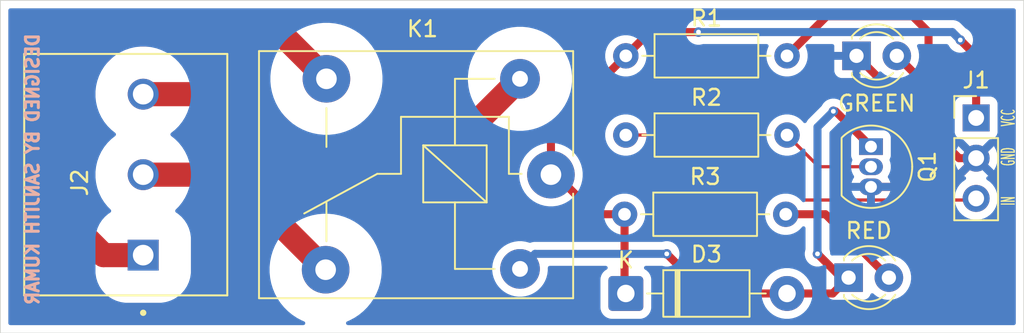
<source format=kicad_pcb>
(kicad_pcb (version 20241229) (generator "pcbnew") (generator_version "9.0")
  (layers (0 "F.Cu" signal) (2 "B.Cu" signal) (13 "F.Paste" user) (15 "B.Paste" user) (5 "F.SilkS" user "F.Silkscreen") (7 "B.SilkS" user "B.Silkscreen") (1 "F.Mask" user) (3 "B.Mask" user) (25 "Edge.Cuts" user))
  (net 0 "")
  (net 1 "/GND")
  (net 2 "Net-(D1-A)")
  (net 3 "Net-(D2-K)")
  (net 4 "Net-(D2-A)")
  (net 5 "/VCC")
  (net 6 "/IN")
  (net 7 "NO")
  (net 8 "NC")
  (net 9 "C")
  (net 10 "Net-(Q1-B)")
  (footprint "Diode_THT:D_DO-41_SOD81_P10.16mm_Horizontal" (layer "F.Cu") (at 152.42 130.5)
    (property "Reference" "D3" (at 5.08 -2.47 0) (layer "F.SilkS"))
    (property "Value" "D" (hide yes))
    (fp_line (start 1.34 0) (end 2.36 0) (stroke (width 0.12)) (layer "F.SilkS"))
    (fp_line (start 3.14 -1.47) (end 3.14 1.47) (stroke (width 0.12)) (layer "F.SilkS"))
    (fp_line (start 3.26 -1.47) (end 3.26 1.47) (stroke (width 0.12)) (layer "F.SilkS"))
    (fp_line (start 3.38 -1.47) (end 3.38 1.47) (stroke (width 0.12)) (layer "F.SilkS"))
    (fp_line (start 8.82 0) (end 7.8 0) (stroke (width 0.12)) (layer "F.SilkS"))
    (fp_rect (start 2.36 -1.47) (end 7.8 1.47) (stroke (width 0.12)) (fill no) (layer "F.SilkS"))
    (fp_text user "K" (at 0 -2.1 0) (layer "F.SilkS"))
    (pad "1" thru_hole roundrect (at 0 0) (size 2.2 2.2) (drill 1.1) (layers "*.Cu" "*.Mask") (roundrect_rratio 0.113636) (net 5 "/VCC"))
    (pad "2" thru_hole circle (at 10.16 0) (size 2.2 2.2) (drill 1.1) (layers "*.Cu" "*.Mask") (net 3 "Net-(D2-K)"))
  )
  (footprint "Resistor_THT:R_Axial_DIN0207_L6.3mm_D2.5mm_P10.16mm_Horizontal" (layer "F.Cu") (at 152.34 125.5)
    (property "Reference" "R3" (at 5.08 -2.37 0) (layer "F.SilkS"))
    (property "Value" "1K" (hide yes))
    (fp_line (start 1.04 0) (end 1.81 0) (stroke (width 0.12)) (layer "F.SilkS"))
    (fp_line (start 9.12 0) (end 8.35 0) (stroke (width 0.12)) (layer "F.SilkS"))
    (fp_rect (start 1.81 -1.37) (end 8.35 1.37) (stroke (width 0.12)) (fill no) (layer "F.SilkS"))
    (pad "1" thru_hole circle (at 0 0) (size 1.6 1.6) (drill 0.8) (layers "*.Cu" "*.Mask") (net 5 "/VCC"))
    (pad "2" thru_hole circle (at 10.16 0) (size 1.6 1.6) (drill 0.8) (layers "*.Cu" "*.Mask") (net 4 "Net-(D2-A)"))
  )
  (footprint "1714735:PHOENIX_1714735" (layer "F.Cu") (at 127.3 130.62 90)
    (property "Reference" "J2" (at 7.12 -9.3 90) (layer "F.SilkS"))
    (property "Value" "Screw_Terminal_01x03" (hide yes))
    (fp_line (start 15.24 -12.8) (end 0 -12.8) (stroke (width 0.127)) (layer "F.SilkS"))
    (fp_line (start 0 -12.8) (end 0 0) (stroke (width 0.127)) (layer "F.SilkS"))
    (fp_line (start 15.24 0) (end 15.24 -12.8) (stroke (width 0.127)) (layer "F.SilkS"))
    (fp_line (start 0 0) (end 15.24 0) (stroke (width 0.127)) (layer "F.SilkS"))
    (fp_circle (center -1.1 -5.3) (end -1 -5.3) (stroke (width 0.2)) (fill no) (layer "F.SilkS"))
    (pad "1" thru_hole rect (at 2.54 -5.3 90) (size 1.95 1.95) (drill 1.3) (layers "*.Cu" "*.Mask") (net 7 "NO"))
    (pad "2" thru_hole circle (at 7.62 -5.3 90) (size 1.95 1.95) (drill 1.3) (layers "*.Cu" "*.Mask") (net 9 "C"))
    (pad "3" thru_hole circle (at 12.7 -5.3 90) (size 1.95 1.95) (drill 1.3) (layers "*.Cu" "*.Mask") (net 8 "NC"))
  )
  (footprint "Resistor_THT:R_Axial_DIN0207_L6.3mm_D2.5mm_P10.16mm_Horizontal" (layer "F.Cu") (at 152.42 120.5)
    (property "Reference" "R2" (at 5.08 -2.37 0) (layer "F.SilkS"))
    (property "Value" "1K" (hide yes))
    (fp_line (start 1.04 0) (end 1.81 0) (stroke (width 0.12)) (layer "F.SilkS"))
    (fp_line (start 9.12 0) (end 8.35 0) (stroke (width 0.12)) (layer "F.SilkS"))
    (fp_rect (start 1.81 -1.37) (end 8.35 1.37) (stroke (width 0.12)) (fill no) (layer "F.SilkS"))
    (pad "1" thru_hole circle (at 0 0) (size 1.6 1.6) (drill 0.8) (layers "*.Cu" "*.Mask") (net 6 "/IN"))
    (pad "2" thru_hole circle (at 10.16 0) (size 1.6 1.6) (drill 0.8) (layers "*.Cu" "*.Mask") (net 10 "Net-(Q1-B)"))
  )
  (footprint "Relay_THT:Relay_SPDT_SANYOU_SRD_Series_Form_C" (layer "F.Cu") (at 147.7 123 180)
    (property "Reference" "K1" (at 8.1 9.2 0) (layer "F.SilkS"))
    (property "Value" "Relay_SPDT" (hide yes))
    (fp_line (start 18.4 7.8) (end -1.4 7.8) (stroke (width 0.12)) (layer "F.SilkS"))
    (fp_line (start 18.4 -7.8) (end 18.4 7.8) (stroke (width 0.12)) (layer "F.SilkS"))
    (fp_line (start 14.15 4.2) (end 14.15 1.75) (stroke (width 0.12)) (layer "F.SilkS"))
    (fp_line (start 14.15 -4.2) (end 14.15 -1.7) (stroke (width 0.12)) (layer "F.SilkS"))
    (fp_line (start 10.95 0.05) (end 15.55 -2.45) (stroke (width 0.12)) (layer "F.SilkS"))
    (fp_line (start 9.45 3.65) (end 2.65 3.65) (stroke (width 0.12)) (layer "F.SilkS"))
    (fp_line (start 9.45 0.05) (end 10.95 0.05) (stroke (width 0.12)) (layer "F.SilkS"))
    (fp_line (start 9.45 0.05) (end 9.45 3.65) (stroke (width 0.12)) (layer "F.SilkS"))
    (fp_line (start 8.05 1.85) (end 4.05 1.85) (stroke (width 0.12)) (layer "F.SilkS"))
    (fp_line (start 8.05 1.85) (end 4.05 -1.75) (stroke (width 0.12)) (layer "F.SilkS"))
    (fp_line (start 8.05 -1.75) (end 8.05 1.85) (stroke (width 0.12)) (layer "F.SilkS"))
    (fp_line (start 6.05 1.85) (end 6.05 6.05) (stroke (width 0.12)) (layer "F.SilkS"))
    (fp_line (start 6.05 -5.95) (end 6.05 -1.75) (stroke (width 0.12)) (layer "F.SilkS"))
    (fp_line (start 6.05 -5.95) (end 3.55 -5.95) (stroke (width 0.12)) (layer "F.SilkS"))
    (fp_line (start 4.05 1.85) (end 4.05 -1.75) (stroke (width 0.12)) (layer "F.SilkS"))
    (fp_line (start 4.05 -1.75) (end 8.05 -1.75) (stroke (width 0.12)) (layer "F.SilkS"))
    (fp_line (start 3.55 6.05) (end 6.05 6.05) (stroke (width 0.12)) (layer "F.SilkS"))
    (fp_line (start 2.65 0.05) (end 2.65 3.65) (stroke (width 0.12)) (layer "F.SilkS"))
    (fp_line (start 2.65 0.05) (end 1.85 0.05) (stroke (width 0.12)) (layer "F.SilkS"))
    (fp_line (start -1.4 1.2) (end -1.4 7.8) (stroke (width 0.12)) (layer "F.SilkS"))
    (fp_line (start -1.4 -7.8) (end 18.4 -7.8) (stroke (width 0.12)) (layer "F.SilkS"))
    (fp_line (start -1.4 -7.8) (end -1.4 -1.2) (stroke (width 0.12)) (layer "F.SilkS"))
    (pad "1" thru_hole circle (at 0 0 270) (size 3 3) (drill 1.3) (layers "*.Cu" "*.Mask") (net 5 "/VCC"))
    (pad "2" thru_hole circle (at 1.95 6.05 270) (size 2.5 2.5) (drill 1) (layers "*.Cu" "*.Mask") (net 8 "NC"))
    (pad "3" thru_hole circle (at 14.15 6.05 270) (size 3 3) (drill 1.3) (layers "*.Cu" "*.Mask") (net 7 "NO"))
    (pad "4" thru_hole circle (at 14.2 -6 270) (size 3 3) (drill 1.3) (layers "*.Cu" "*.Mask") (net 9 "C"))
    (pad "5" thru_hole circle (at 1.95 -5.95 270) (size 2.5 2.5) (drill 1) (layers "*.Cu" "*.Mask") (net 3 "Net-(D2-K)"))
  )
  (footprint "LED_THT:LED_D3.0mm" (layer "F.Cu") (at 166.46 129.5)
    (property "Reference" "RED" (at 1.27 -2.96 0) (layer "F.SilkS"))
    (property "Value" "LED" (hide yes))
    (fp_line (start -0.29 -1.236) (end -0.29 -1.08) (stroke (width 0.12)) (layer "F.SilkS"))
    (fp_line (start -0.29 1.08) (end -0.29 1.236) (stroke (width 0.12)) (layer "F.SilkS"))
    (fp_arc (start -0.29 -1.235516) (mid 1.36566 -1.987699) (end 2.941437 -1.08) (stroke (width 0.12)) (layer "F.SilkS"))
    (fp_arc (start 0.229039 -1.08) (mid 1.27 -1.5) (end 2.310961 -1.08) (stroke (width 0.12)) (layer "F.SilkS"))
    (fp_arc (start 2.310961 1.08) (mid 1.27 1.5) (end 0.229039 1.08) (stroke (width 0.12)) (layer "F.SilkS"))
    (fp_arc (start 2.941437 1.08) (mid 1.36566 1.987699) (end -0.29 1.235516) (stroke (width 0.12)) (layer "F.SilkS"))
    (pad "1" thru_hole rect (at 0 0) (size 1.8 1.8) (drill 0.9) (layers "*.Cu" "*.Mask") (net 3 "Net-(D2-K)"))
    (pad "2" thru_hole circle (at 2.54 0) (size 1.8 1.8) (drill 0.9) (layers "*.Cu" "*.Mask") (net 4 "Net-(D2-A)"))
  )
  (footprint "Connector_PinHeader_2.54mm:PinHeader_1x03_P2.54mm_Vertical" (layer "F.Cu") (at 174.5 119.42)
    (property "Reference" "J1" (at 0 -2.38 0) (layer "F.SilkS"))
    (property "Value" "Conn_01x03_Pin" (hide yes))
    (fp_line (start -1.38 -1.38) (end 0 -1.38) (stroke (width 0.12)) (layer "F.SilkS"))
    (fp_line (start -1.38 0) (end -1.38 -1.38) (stroke (width 0.12)) (layer "F.SilkS"))
    (fp_line (start -1.38 1.27) (end -1.38 6.46) (stroke (width 0.12)) (layer "F.SilkS"))
    (fp_line (start -1.38 1.27) (end 1.38 1.27) (stroke (width 0.12)) (layer "F.SilkS"))
    (fp_line (start -1.38 6.46) (end 1.38 6.46) (stroke (width 0.12)) (layer "F.SilkS"))
    (fp_line (start 1.38 1.27) (end 1.38 6.46) (stroke (width 0.12)) (layer "F.SilkS"))
    (pad "1" thru_hole rect (at 0 0) (size 1.7 1.7) (drill 1) (layers "*.Cu" "*.Mask") (net 5 "/VCC"))
    (pad "2" thru_hole circle (at 0 2.54) (size 1.7 1.7) (drill 1) (layers "*.Cu" "*.Mask") (net 1 "/GND"))
    (pad "3" thru_hole circle (at 0 5.08) (size 1.7 1.7) (drill 1) (layers "*.Cu" "*.Mask") (net 6 "/IN"))
  )
  (footprint "LED_THT:LED_D3.0mm" (layer "F.Cu") (at 166.96 115.5)
    (property "Reference" "GREEN" (at 1.27 3 0) (layer "F.SilkS"))
    (property "Value" "LED" (hide yes))
    (fp_line (start -0.29 -1.236) (end -0.29 -1.08) (stroke (width 0.12)) (layer "F.SilkS"))
    (fp_line (start -0.29 1.08) (end -0.29 1.236) (stroke (width 0.12)) (layer "F.SilkS"))
    (fp_arc (start -0.29 -1.235516) (mid 1.36566 -1.987699) (end 2.941437 -1.08) (stroke (width 0.12)) (layer "F.SilkS"))
    (fp_arc (start 0.229039 -1.08) (mid 1.27 -1.5) (end 2.310961 -1.08) (stroke (width 0.12)) (layer "F.SilkS"))
    (fp_arc (start 2.310961 1.08) (mid 1.27 1.5) (end 0.229039 1.08) (stroke (width 0.12)) (layer "F.SilkS"))
    (fp_arc (start 2.941437 1.08) (mid 1.36566 1.987699) (end -0.29 1.235516) (stroke (width 0.12)) (layer "F.SilkS"))
    (pad "1" thru_hole rect (at 0 0) (size 1.8 1.8) (drill 0.9) (layers "*.Cu" "*.Mask") (net 1 "/GND"))
    (pad "2" thru_hole circle (at 2.54 0) (size 1.8 1.8) (drill 0.9) (layers "*.Cu" "*.Mask") (net 2 "Net-(D1-A)"))
  )
  (footprint "Package_TO_SOT_THT:TO-92_Inline" (layer "F.Cu") (at 167.87 121.23 -90)
    (property "Reference" "Q1" (at 1.27 -3.56 90) (layer "F.SilkS"))
    (property "Value" "BC547" (hide yes))
    (fp_line (start -0.53 1.85) (end 3.07 1.85) (stroke (width 0.12)) (layer "F.SilkS"))
    (fp_arc (start -0.568478 1.838478) (mid -1.132087 -0.994977) (end 1.27 -2.6) (stroke (width 0.12)) (layer "F.SilkS"))
    (fp_arc (start 1.27 -2.6) (mid 3.672087 -0.994977) (end 3.108478 1.838478) (stroke (width 0.12)) (layer "F.SilkS"))
    (pad "1" thru_hole rect (at 0 0 270) (size 1.05 1.5) (drill 0.75) (layers "*.Cu" "*.Mask") (net 3 "Net-(D2-K)"))
    (pad "2" thru_hole oval (at 1.27 0 270) (size 1.05 1.5) (drill 0.75) (layers "*.Cu" "*.Mask") (net 10 "Net-(Q1-B)"))
    (pad "3" thru_hole oval (at 2.54 0 270) (size 1.05 1.5) (drill 0.75) (layers "*.Cu" "*.Mask") (net 1 "/GND"))
  )
  (footprint "Resistor_THT:R_Axial_DIN0207_L6.3mm_D2.5mm_P10.16mm_Horizontal" (layer "F.Cu") (at 152.42 115.5)
    (property "Reference" "R1" (at 5.08 -2.37 0) (layer "F.SilkS"))
    (property "Value" "1K" (hide yes))
    (fp_line (start 1.04 0) (end 1.81 0) (stroke (width 0.12)) (layer "F.SilkS"))
    (fp_line (start 9.12 0) (end 8.35 0) (stroke (width 0.12)) (layer "F.SilkS"))
    (fp_rect (start 1.81 -1.37) (end 8.35 1.37) (stroke (width 0.12)) (fill no) (layer "F.SilkS"))
    (pad "1" thru_hole circle (at 0 0) (size 1.6 1.6) (drill 0.8) (layers "*.Cu" "*.Mask") (net 5 "/VCC"))
    (pad "2" thru_hole circle (at 10.16 0) (size 1.6 1.6) (drill 0.8) (layers "*.Cu" "*.Mask") (net 2 "Net-(D1-A)"))
  )
  (gr_rect (start 113 112) (end 177.5 133) (stroke (width 0.05)) (fill no) (layer "Edge.Cuts"))
  (gr_text "GND" (at 177 122.5 90) (layer "F.SilkS") (effects (font (size 0.8128 0.381) (thickness 0.08001) (bold yes)) (justify left bottom)))
  (gr_text "VCC\n" (at 177 120 90) (layer "F.SilkS") (effects (font (size 0.8128 0.381) (thickness 0.08001) (bold yes)) (justify left bottom)))
  (gr_text "IN" (at 177 125 90) (layer "F.SilkS") (effects (font (size 0.8128 0.381) (thickness 0.08001) (bold yes)) (justify left bottom)))
  (gr_text "DESIGNED BY SANJITH KUMAR\n" (at 115.5 114 90) (layer "B.SilkS") (effects (font (size 0.8128 0.762) (thickness 0.1905) (bold yes)) (justify left bottom mirror)))
  (segment (start 166.96 115.5) (end 173.42 121.96) (width 0.508) (layer "F.Cu") (net 1))
  (segment (start 174.5 121.96) (end 172.69 123.77) (width 0.508) (layer "F.Cu") (net 1))
  (segment (start 173.42 121.96) (end 174.5 121.96) (width 0.508) (layer "F.Cu") (net 1))
  (segment (start 172.69 123.77) (end 167.87 123.77) (width 0.508) (layer "F.Cu") (net 1))
  (segment (start 165.08 113) (end 170.5 113) (width 0.508) (layer "F.Cu") (net 2))
  (segment (start 171 117) (end 169.5 115.5) (width 0.508) (layer "F.Cu") (net 2))
  (segment (start 170.5 113) (end 171.5 114) (width 0.508) (layer "F.Cu") (net 2))
  (segment (start 165.08 113) (end 162.58 115.5) (width 0.508) (layer "F.Cu") (net 2))
  (segment (start 171.5 114) (end 171.5 116.5) (width 0.508) (layer "F.Cu") (net 2))
  (segment (start 171.5 116.5) (end 171 117) (width 0.508) (layer "F.Cu") (net 2))
  (segment (start 157.5 130.5) (end 155 128) (width 0.508) (layer "F.Cu") (net 3))
  (segment (start 162.58 130.5) (end 157.5 130.5) (width 0.508) (layer "F.Cu") (net 3))
  (segment (start 165.5 119) (end 165.64 119) (width 0.2032) (layer "F.Cu") (net 3))
  (segment (start 165.64 119) (end 167.87 121.23) (width 0.508) (layer "F.Cu") (net 3))
  (segment (start 166 129.5) (end 164.5 128) (width 0.508) (layer "F.Cu") (net 3))
  (segment (start 165.46 130.5) (end 166.46 129.5) (width 0.508) (layer "F.Cu") (net 3))
  (segment (start 166.46 129.5) (end 166 129.5) (width 0.2032) (layer "F.Cu") (net 3))
  (segment (start 162.58 130.5) (end 165.46 130.5) (width 0.508) (layer "F.Cu") (net 3))
  (via (at 164.5 128) (size 0.6) (drill 0.3) (layers "F.Cu" "B.Cu") (net 3))
  (via (at 165.5 119) (size 0.6) (drill 0.3) (layers "F.Cu" "B.Cu") (net 3))
  (via (at 155 128) (size 0.6) (drill 0.3) (layers "F.Cu" "B.Cu") (net 3))
  (segment (start 164.5 120) (end 165.5 119) (width 0.508) (layer "B.Cu") (net 3))
  (segment (start 155 128) (end 146.7 128) (width 0.508) (layer "B.Cu") (net 3))
  (segment (start 164.5 128) (end 164.5 120) (width 0.508) (layer "B.Cu") (net 3))
  (segment (start 146.7 128) (end 145.75 128.95) (width 0.508) (layer "B.Cu") (net 3))
  (segment (start 165 125.5) (end 169 129.5) (width 0.508) (layer "F.Cu") (net 4))
  (segment (start 162.5 125.5) (end 165 125.5) (width 0.508) (layer "F.Cu") (net 4))
  (segment (start 157 114) (end 154.756 114) (width 0.508) (layer "F.Cu") (net 5))
  (segment (start 148 123) (end 150.5 125.5) (width 0.508) (layer "F.Cu") (net 5))
  (segment (start 154.756 114) (end 154.338 113.582) (width 0.508) (layer "F.Cu") (net 5))
  (segment (start 147.7 123) (end 148 123) (width 0.2032) (layer "F.Cu") (net 5))
  (segment (start 174.5 115.5) (end 173.5 114.5) (width 0.508) (layer "F.Cu") (net 5))
  (segment (start 154.338 113.582) (end 152.42 115.5) (width 0.508) (layer "F.Cu") (net 5))
  (segment (start 147.7 123) (end 147.7 120.22) (width 0.508) (layer "F.Cu") (net 5))
  (segment (start 147.7 120.22) (end 152.42 115.5) (width 0.508) (layer "F.Cu") (net 5))
  (segment (start 174.5 118) (end 174.5 115.5) (width 0.508) (layer "F.Cu") (net 5))
  (segment (start 150.5 125.5) (end 152.34 125.5) (width 0.508) (layer "F.Cu") (net 5))
  (segment (start 174.5 119.42) (end 174.5 118) (width 0.508) (layer "F.Cu") (net 5))
  (segment (start 152.34 130.42) (end 152.42 130.5) (width 0.2032) (layer "F.Cu") (net 5))
  (segment (start 152.34 125.5) (end 152.34 130.42) (width 0.508) (layer "F.Cu") (net 5))
  (via (at 157 114) (size 0.6) (drill 0.3) (layers "F.Cu" "B.Cu") (net 5))
  (via (at 173.5 114.5) (size 0.6) (drill 0.3) (layers "F.Cu" "B.Cu") (net 5))
  (segment (start 173.5 114.5) (end 173 114) (width 0.508) (layer "B.Cu") (net 5))
  (segment (start 173 114) (end 157 114) (width 0.508) (layer "B.Cu") (net 5))
  (segment (start 163.6008 124.6008) (end 159.5 120.5) (width 0.2032) (layer "F.Cu") (net 6))
  (segment (start 174.3992 124.6008) (end 163.6008 124.6008) (width 0.2032) (layer "F.Cu") (net 6))
  (segment (start 159.5 120.5) (end 152.42 120.5) (width 0.2032) (layer "F.Cu") (net 6))
  (segment (start 174.5 124.5) (end 174.3992 124.6008) (width 0.2032) (layer "F.Cu") (net 6))
  (segment (start 119.501 128.08) (end 118.23 126.809) (width 1.524) (layer "F.Cu") (net 7))
  (segment (start 118.23 126.809) (end 118.23 116.358414) (width 1.524) (layer "F.Cu") (net 7))
  (segment (start 130.75 114.15) (end 133.55 116.95) (width 1.524) (layer "F.Cu") (net 7))
  (segment (start 120.438414 114.15) (end 130.75 114.15) (width 1.524) (layer "F.Cu") (net 7))
  (segment (start 118.23 116.358414) (end 120.438414 114.15) (width 1.524) (layer "F.Cu") (net 7))
  (segment (start 122 128.08) (end 119.501 128.08) (width 1.524) (layer "F.Cu") (net 7))
  (segment (start 122 117.92) (end 128.445952 117.92) (width 1.524) (layer "F.Cu") (net 8))
  (segment (start 128.445952 117.92) (end 131.770952 121.245) (width 1.524) (layer "F.Cu") (net 8))
  (segment (start 131.770952 121.245) (end 141.455 121.245) (width 1.524) (layer "F.Cu") (net 8))
  (segment (start 141.455 121.245) (end 145.75 116.95) (width 1.524) (layer "F.Cu") (net 8))
  (segment (start 127.5 123) (end 133.5 129) (width 1.524) (layer "F.Cu") (net 9))
  (segment (start 122 123) (end 127.5 123) (width 1.524) (layer "F.Cu") (net 9))
  (segment (start 164.58 122.5) (end 167.87 122.5) (width 0.2032) (layer "F.Cu") (net 10))
  (segment (start 162.58 120.5) (end 164.58 122.5) (width 0.2032) (layer "F.Cu") (net 10))
  (zone (net 1) (net_name "/GND") (layer "B.Cu") (connect_pads (clearance 0.5)) (min_thickness 0.25) (fill yes (thermal_gap 0.5) (thermal_bridge_width 0.5))
    (polygon (pts (xy 177.5 112) (xy 113 112) (xy 113 133) (xy 177.5 133)))
  )
)
</source>
